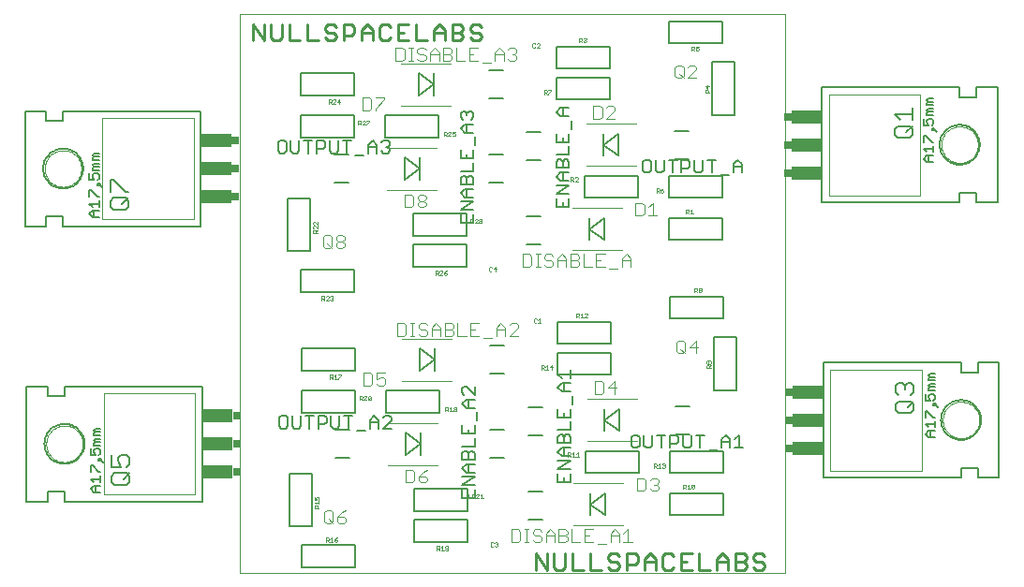
<source format=gto>
G75*
G70*
%OFA0B0*%
%FSLAX24Y24*%
%IPPOS*%
%LPD*%
%AMOC8*
5,1,8,0,0,1.08239X$1,22.5*
%
%ADD10C,0.0110*%
%ADD11C,0.0000*%
%ADD12C,0.0050*%
%ADD13C,0.0020*%
%ADD14R,0.0250X0.0300*%
%ADD15R,0.1100X0.0500*%
%ADD16C,0.0070*%
%ADD17C,0.0010*%
%ADD18C,0.0040*%
%ADD19C,0.0080*%
D10*
X018316Y001823D02*
X018316Y002414D01*
X018709Y001823D01*
X018709Y002414D01*
X018960Y002414D02*
X018960Y001921D01*
X019059Y001823D01*
X019256Y001823D01*
X019354Y001921D01*
X019354Y002414D01*
X019605Y002414D02*
X019605Y001823D01*
X019999Y001823D01*
X020249Y001823D02*
X020643Y001823D01*
X020894Y001921D02*
X020992Y001823D01*
X021189Y001823D01*
X021288Y001921D01*
X021288Y002020D01*
X021189Y002118D01*
X020992Y002118D01*
X020894Y002217D01*
X020894Y002315D01*
X020992Y002414D01*
X021189Y002414D01*
X021288Y002315D01*
X021538Y002414D02*
X021834Y002414D01*
X021932Y002315D01*
X021932Y002118D01*
X021834Y002020D01*
X021538Y002020D01*
X021538Y001823D02*
X021538Y002414D01*
X022183Y002217D02*
X022380Y002414D01*
X022577Y002217D01*
X022577Y001823D01*
X022827Y001921D02*
X022926Y001823D01*
X023123Y001823D01*
X023221Y001921D01*
X023472Y001823D02*
X023866Y001823D01*
X024117Y001823D02*
X024510Y001823D01*
X024761Y001823D02*
X024761Y002217D01*
X024958Y002414D01*
X025155Y002217D01*
X025155Y001823D01*
X025406Y001823D02*
X025701Y001823D01*
X025799Y001921D01*
X025799Y002020D01*
X025701Y002118D01*
X025406Y002118D01*
X025155Y002118D02*
X024761Y002118D01*
X024117Y002414D02*
X024117Y001823D01*
X023669Y002118D02*
X023472Y002118D01*
X023472Y001823D02*
X023472Y002414D01*
X023866Y002414D01*
X023221Y002315D02*
X023123Y002414D01*
X022926Y002414D01*
X022827Y002315D01*
X022827Y001921D01*
X022577Y002118D02*
X022183Y002118D01*
X022183Y002217D02*
X022183Y001823D01*
X020249Y001823D02*
X020249Y002414D01*
X025406Y002414D02*
X025406Y001823D01*
X025701Y002118D02*
X025799Y002217D01*
X025799Y002315D01*
X025701Y002414D01*
X025406Y002414D01*
X026050Y002315D02*
X026050Y002217D01*
X026149Y002118D01*
X026345Y002118D01*
X026444Y002020D01*
X026444Y001921D01*
X026345Y001823D01*
X026149Y001823D01*
X026050Y001921D01*
X026050Y002315D02*
X026149Y002414D01*
X026345Y002414D01*
X026444Y002315D01*
X016274Y020673D02*
X016078Y020673D01*
X015979Y020771D01*
X016078Y020968D02*
X015979Y021067D01*
X015979Y021165D01*
X016078Y021264D01*
X016274Y021264D01*
X016373Y021165D01*
X016274Y020968D02*
X016373Y020870D01*
X016373Y020771D01*
X016274Y020673D01*
X015728Y020771D02*
X015630Y020673D01*
X015335Y020673D01*
X015335Y021264D01*
X015630Y021264D01*
X015728Y021165D01*
X015728Y021067D01*
X015630Y020968D01*
X015335Y020968D01*
X015084Y020968D02*
X014690Y020968D01*
X014690Y021067D02*
X014887Y021264D01*
X015084Y021067D01*
X015084Y020673D01*
X014690Y020673D02*
X014690Y021067D01*
X014439Y020673D02*
X014046Y020673D01*
X014046Y021264D01*
X013795Y021264D02*
X013401Y021264D01*
X013401Y020673D01*
X013795Y020673D01*
X013598Y020968D02*
X013401Y020968D01*
X013150Y020771D02*
X013052Y020673D01*
X012855Y020673D01*
X012757Y020771D01*
X012757Y021165D01*
X012855Y021264D01*
X013052Y021264D01*
X013150Y021165D01*
X012506Y021067D02*
X012506Y020673D01*
X012112Y020673D02*
X012112Y021067D01*
X012309Y021264D01*
X012506Y021067D01*
X012506Y020968D02*
X012112Y020968D01*
X011861Y020968D02*
X011763Y020870D01*
X011468Y020870D01*
X011468Y020673D02*
X011468Y021264D01*
X011763Y021264D01*
X011861Y021165D01*
X011861Y020968D01*
X011217Y020870D02*
X011217Y020771D01*
X011118Y020673D01*
X010921Y020673D01*
X010823Y020771D01*
X010921Y020968D02*
X010823Y021067D01*
X010823Y021165D01*
X010921Y021264D01*
X011118Y021264D01*
X011217Y021165D01*
X011118Y020968D02*
X011217Y020870D01*
X011118Y020968D02*
X010921Y020968D01*
X010572Y020673D02*
X010179Y020673D01*
X010179Y021264D01*
X009534Y021264D02*
X009534Y020673D01*
X009928Y020673D01*
X009283Y020771D02*
X009185Y020673D01*
X008988Y020673D01*
X008889Y020771D01*
X008889Y021264D01*
X008639Y021264D02*
X008639Y020673D01*
X008245Y021264D01*
X008245Y020673D01*
X009283Y020771D02*
X009283Y021264D01*
X015630Y020968D02*
X015728Y020870D01*
X015728Y020771D01*
X016078Y020968D02*
X016274Y020968D01*
D11*
X007790Y021618D02*
X027190Y021618D01*
X027190Y001718D01*
X007790Y001718D01*
X007790Y021618D01*
X000840Y016118D02*
X000842Y016168D01*
X000848Y016218D01*
X000858Y016268D01*
X000871Y016316D01*
X000888Y016364D01*
X000909Y016410D01*
X000933Y016454D01*
X000961Y016496D01*
X000992Y016536D01*
X001026Y016573D01*
X001063Y016608D01*
X001102Y016639D01*
X001143Y016668D01*
X001187Y016693D01*
X001233Y016715D01*
X001280Y016733D01*
X001328Y016747D01*
X001377Y016758D01*
X001427Y016765D01*
X001477Y016768D01*
X001528Y016767D01*
X001578Y016762D01*
X001628Y016753D01*
X001676Y016741D01*
X001724Y016724D01*
X001770Y016704D01*
X001815Y016681D01*
X001858Y016654D01*
X001898Y016624D01*
X001936Y016591D01*
X001971Y016555D01*
X002004Y016516D01*
X002033Y016475D01*
X002059Y016432D01*
X002082Y016387D01*
X002101Y016340D01*
X002116Y016292D01*
X002128Y016243D01*
X002136Y016193D01*
X002140Y016143D01*
X002140Y016093D01*
X002136Y016043D01*
X002128Y015993D01*
X002116Y015944D01*
X002101Y015896D01*
X002082Y015849D01*
X002059Y015804D01*
X002033Y015761D01*
X002004Y015720D01*
X001971Y015681D01*
X001936Y015645D01*
X001898Y015612D01*
X001858Y015582D01*
X001815Y015555D01*
X001770Y015532D01*
X001724Y015512D01*
X001676Y015495D01*
X001628Y015483D01*
X001578Y015474D01*
X001528Y015469D01*
X001477Y015468D01*
X001427Y015471D01*
X001377Y015478D01*
X001328Y015489D01*
X001280Y015503D01*
X001233Y015521D01*
X001187Y015543D01*
X001143Y015568D01*
X001102Y015597D01*
X001063Y015628D01*
X001026Y015663D01*
X000992Y015700D01*
X000961Y015740D01*
X000933Y015782D01*
X000909Y015826D01*
X000888Y015872D01*
X000871Y015920D01*
X000858Y015968D01*
X000848Y016018D01*
X000842Y016068D01*
X000840Y016118D01*
X000890Y006318D02*
X000892Y006368D01*
X000898Y006418D01*
X000908Y006468D01*
X000921Y006516D01*
X000938Y006564D01*
X000959Y006610D01*
X000983Y006654D01*
X001011Y006696D01*
X001042Y006736D01*
X001076Y006773D01*
X001113Y006808D01*
X001152Y006839D01*
X001193Y006868D01*
X001237Y006893D01*
X001283Y006915D01*
X001330Y006933D01*
X001378Y006947D01*
X001427Y006958D01*
X001477Y006965D01*
X001527Y006968D01*
X001578Y006967D01*
X001628Y006962D01*
X001678Y006953D01*
X001726Y006941D01*
X001774Y006924D01*
X001820Y006904D01*
X001865Y006881D01*
X001908Y006854D01*
X001948Y006824D01*
X001986Y006791D01*
X002021Y006755D01*
X002054Y006716D01*
X002083Y006675D01*
X002109Y006632D01*
X002132Y006587D01*
X002151Y006540D01*
X002166Y006492D01*
X002178Y006443D01*
X002186Y006393D01*
X002190Y006343D01*
X002190Y006293D01*
X002186Y006243D01*
X002178Y006193D01*
X002166Y006144D01*
X002151Y006096D01*
X002132Y006049D01*
X002109Y006004D01*
X002083Y005961D01*
X002054Y005920D01*
X002021Y005881D01*
X001986Y005845D01*
X001948Y005812D01*
X001908Y005782D01*
X001865Y005755D01*
X001820Y005732D01*
X001774Y005712D01*
X001726Y005695D01*
X001678Y005683D01*
X001628Y005674D01*
X001578Y005669D01*
X001527Y005668D01*
X001477Y005671D01*
X001427Y005678D01*
X001378Y005689D01*
X001330Y005703D01*
X001283Y005721D01*
X001237Y005743D01*
X001193Y005768D01*
X001152Y005797D01*
X001113Y005828D01*
X001076Y005863D01*
X001042Y005900D01*
X001011Y005940D01*
X000983Y005982D01*
X000959Y006026D01*
X000938Y006072D01*
X000921Y006120D01*
X000908Y006168D01*
X000898Y006218D01*
X000892Y006268D01*
X000890Y006318D01*
X032790Y007168D02*
X032792Y007218D01*
X032798Y007268D01*
X032808Y007318D01*
X032821Y007366D01*
X032838Y007414D01*
X032859Y007460D01*
X032883Y007504D01*
X032911Y007546D01*
X032942Y007586D01*
X032976Y007623D01*
X033013Y007658D01*
X033052Y007689D01*
X033093Y007718D01*
X033137Y007743D01*
X033183Y007765D01*
X033230Y007783D01*
X033278Y007797D01*
X033327Y007808D01*
X033377Y007815D01*
X033427Y007818D01*
X033478Y007817D01*
X033528Y007812D01*
X033578Y007803D01*
X033626Y007791D01*
X033674Y007774D01*
X033720Y007754D01*
X033765Y007731D01*
X033808Y007704D01*
X033848Y007674D01*
X033886Y007641D01*
X033921Y007605D01*
X033954Y007566D01*
X033983Y007525D01*
X034009Y007482D01*
X034032Y007437D01*
X034051Y007390D01*
X034066Y007342D01*
X034078Y007293D01*
X034086Y007243D01*
X034090Y007193D01*
X034090Y007143D01*
X034086Y007093D01*
X034078Y007043D01*
X034066Y006994D01*
X034051Y006946D01*
X034032Y006899D01*
X034009Y006854D01*
X033983Y006811D01*
X033954Y006770D01*
X033921Y006731D01*
X033886Y006695D01*
X033848Y006662D01*
X033808Y006632D01*
X033765Y006605D01*
X033720Y006582D01*
X033674Y006562D01*
X033626Y006545D01*
X033578Y006533D01*
X033528Y006524D01*
X033478Y006519D01*
X033427Y006518D01*
X033377Y006521D01*
X033327Y006528D01*
X033278Y006539D01*
X033230Y006553D01*
X033183Y006571D01*
X033137Y006593D01*
X033093Y006618D01*
X033052Y006647D01*
X033013Y006678D01*
X032976Y006713D01*
X032942Y006750D01*
X032911Y006790D01*
X032883Y006832D01*
X032859Y006876D01*
X032838Y006922D01*
X032821Y006970D01*
X032808Y007018D01*
X032798Y007068D01*
X032792Y007118D01*
X032790Y007168D01*
X032740Y016968D02*
X032742Y017018D01*
X032748Y017068D01*
X032758Y017118D01*
X032771Y017166D01*
X032788Y017214D01*
X032809Y017260D01*
X032833Y017304D01*
X032861Y017346D01*
X032892Y017386D01*
X032926Y017423D01*
X032963Y017458D01*
X033002Y017489D01*
X033043Y017518D01*
X033087Y017543D01*
X033133Y017565D01*
X033180Y017583D01*
X033228Y017597D01*
X033277Y017608D01*
X033327Y017615D01*
X033377Y017618D01*
X033428Y017617D01*
X033478Y017612D01*
X033528Y017603D01*
X033576Y017591D01*
X033624Y017574D01*
X033670Y017554D01*
X033715Y017531D01*
X033758Y017504D01*
X033798Y017474D01*
X033836Y017441D01*
X033871Y017405D01*
X033904Y017366D01*
X033933Y017325D01*
X033959Y017282D01*
X033982Y017237D01*
X034001Y017190D01*
X034016Y017142D01*
X034028Y017093D01*
X034036Y017043D01*
X034040Y016993D01*
X034040Y016943D01*
X034036Y016893D01*
X034028Y016843D01*
X034016Y016794D01*
X034001Y016746D01*
X033982Y016699D01*
X033959Y016654D01*
X033933Y016611D01*
X033904Y016570D01*
X033871Y016531D01*
X033836Y016495D01*
X033798Y016462D01*
X033758Y016432D01*
X033715Y016405D01*
X033670Y016382D01*
X033624Y016362D01*
X033576Y016345D01*
X033528Y016333D01*
X033478Y016324D01*
X033428Y016319D01*
X033377Y016318D01*
X033327Y016321D01*
X033277Y016328D01*
X033228Y016339D01*
X033180Y016353D01*
X033133Y016371D01*
X033087Y016393D01*
X033043Y016418D01*
X033002Y016447D01*
X032963Y016478D01*
X032926Y016513D01*
X032892Y016550D01*
X032861Y016590D01*
X032833Y016632D01*
X032809Y016676D01*
X032788Y016722D01*
X032771Y016770D01*
X032758Y016818D01*
X032748Y016868D01*
X032742Y016918D01*
X032740Y016968D01*
D12*
X000940Y004268D02*
X000190Y004268D01*
X000190Y008368D01*
X000940Y008368D01*
X000940Y008018D01*
X001540Y008018D01*
X001540Y008368D01*
X006440Y008368D01*
X006440Y004268D01*
X001540Y004268D01*
X001540Y004618D01*
X000940Y004618D01*
X000940Y004268D01*
X002475Y004707D02*
X002588Y004593D01*
X002815Y004593D01*
X002645Y004593D02*
X002645Y004820D01*
X002588Y004820D02*
X002815Y004820D01*
X002815Y004952D02*
X002815Y005179D01*
X002815Y005066D02*
X002475Y005066D01*
X002588Y004952D01*
X002588Y004820D02*
X002475Y004707D01*
X002475Y005311D02*
X002475Y005538D01*
X002531Y005538D01*
X002758Y005311D01*
X002815Y005311D01*
X002928Y005670D02*
X002815Y005784D01*
X002815Y005727D01*
X002758Y005727D01*
X002758Y005784D01*
X002815Y005784D01*
X002758Y005910D02*
X002815Y005966D01*
X002815Y006080D01*
X002758Y006137D01*
X002645Y006137D01*
X002588Y006080D01*
X002588Y006023D01*
X002645Y005910D01*
X002475Y005910D01*
X002475Y006137D01*
X002588Y006269D02*
X002588Y006326D01*
X002645Y006382D01*
X002588Y006439D01*
X002645Y006496D01*
X002815Y006496D01*
X002815Y006382D02*
X002645Y006382D01*
X002588Y006269D02*
X002815Y006269D01*
X002815Y006628D02*
X002588Y006628D01*
X002588Y006685D01*
X002645Y006741D01*
X002588Y006798D01*
X002645Y006855D01*
X002815Y006855D01*
X002815Y006741D02*
X002645Y006741D01*
X000830Y006318D02*
X000832Y006371D01*
X000838Y006424D01*
X000848Y006476D01*
X000862Y006527D01*
X000879Y006577D01*
X000900Y006626D01*
X000925Y006673D01*
X000953Y006718D01*
X000985Y006761D01*
X001020Y006801D01*
X001057Y006838D01*
X001097Y006873D01*
X001140Y006905D01*
X001185Y006933D01*
X001232Y006958D01*
X001281Y006979D01*
X001331Y006996D01*
X001382Y007010D01*
X001434Y007020D01*
X001487Y007026D01*
X001540Y007028D01*
X001593Y007026D01*
X001646Y007020D01*
X001698Y007010D01*
X001749Y006996D01*
X001799Y006979D01*
X001848Y006958D01*
X001895Y006933D01*
X001940Y006905D01*
X001983Y006873D01*
X002023Y006838D01*
X002060Y006801D01*
X002095Y006761D01*
X002127Y006718D01*
X002155Y006673D01*
X002180Y006626D01*
X002201Y006577D01*
X002218Y006527D01*
X002232Y006476D01*
X002242Y006424D01*
X002248Y006371D01*
X002250Y006318D01*
X002248Y006265D01*
X002242Y006212D01*
X002232Y006160D01*
X002218Y006109D01*
X002201Y006059D01*
X002180Y006010D01*
X002155Y005963D01*
X002127Y005918D01*
X002095Y005875D01*
X002060Y005835D01*
X002023Y005798D01*
X001983Y005763D01*
X001940Y005731D01*
X001895Y005703D01*
X001848Y005678D01*
X001799Y005657D01*
X001749Y005640D01*
X001698Y005626D01*
X001646Y005616D01*
X001593Y005610D01*
X001540Y005608D01*
X001487Y005610D01*
X001434Y005616D01*
X001382Y005626D01*
X001331Y005640D01*
X001281Y005657D01*
X001232Y005678D01*
X001185Y005703D01*
X001140Y005731D01*
X001097Y005763D01*
X001057Y005798D01*
X001020Y005835D01*
X000985Y005875D01*
X000953Y005918D01*
X000925Y005963D01*
X000900Y006010D01*
X000879Y006059D01*
X000862Y006109D01*
X000848Y006160D01*
X000838Y006212D01*
X000832Y006265D01*
X000830Y006318D01*
X009185Y006938D02*
X009260Y006863D01*
X009410Y006863D01*
X009485Y006938D01*
X009485Y007238D01*
X009410Y007313D01*
X009260Y007313D01*
X009185Y007238D01*
X009185Y006938D01*
X009645Y006938D02*
X009720Y006863D01*
X009870Y006863D01*
X009946Y006938D01*
X009946Y007313D01*
X009995Y007424D02*
X009995Y008212D01*
X011885Y008212D01*
X011885Y007424D01*
X009995Y007424D01*
X010106Y007313D02*
X010406Y007313D01*
X010256Y007313D02*
X010256Y006863D01*
X010566Y006863D02*
X010566Y007313D01*
X010791Y007313D01*
X010866Y007238D01*
X010866Y007088D01*
X010791Y007013D01*
X010566Y007013D01*
X011026Y006938D02*
X011101Y006863D01*
X011251Y006863D01*
X011327Y006938D01*
X011327Y007313D01*
X011487Y007313D02*
X011787Y007313D01*
X011637Y007313D02*
X011637Y006863D01*
X011947Y006788D02*
X012247Y006788D01*
X012407Y006863D02*
X012407Y007163D01*
X012558Y007313D01*
X012708Y007163D01*
X012708Y006863D01*
X012868Y006863D02*
X013168Y007163D01*
X013168Y007238D01*
X013093Y007313D01*
X012943Y007313D01*
X012868Y007238D01*
X012708Y007088D02*
X012407Y007088D01*
X012868Y006863D02*
X013168Y006863D01*
X012995Y007424D02*
X012995Y008212D01*
X014885Y008212D01*
X014885Y007424D01*
X012995Y007424D01*
X011026Y007313D02*
X011026Y006938D01*
X009645Y006938D02*
X009645Y007313D01*
X009995Y008924D02*
X009995Y009712D01*
X011885Y009712D01*
X011885Y008924D01*
X009995Y008924D01*
X009945Y011724D02*
X009945Y012512D01*
X011835Y012512D01*
X011835Y011724D01*
X009945Y011724D01*
X010284Y013173D02*
X009496Y013173D01*
X009496Y015063D01*
X010284Y015063D01*
X010284Y013173D01*
X013945Y013412D02*
X013945Y012624D01*
X015835Y012624D01*
X015835Y013412D01*
X013945Y013412D01*
X013945Y013724D02*
X013945Y014512D01*
X015835Y014512D01*
X015835Y013724D01*
X013945Y013724D01*
X015635Y014180D02*
X016085Y014180D01*
X016085Y014480D01*
X016085Y014640D02*
X015635Y014640D01*
X016085Y014940D01*
X015635Y014940D01*
X015785Y015100D02*
X015635Y015250D01*
X015785Y015401D01*
X016085Y015401D01*
X016085Y015561D02*
X016085Y015786D01*
X016010Y015861D01*
X015935Y015861D01*
X015860Y015786D01*
X015860Y015561D01*
X015860Y015401D02*
X015860Y015100D01*
X015785Y015100D02*
X016085Y015100D01*
X016085Y015561D02*
X015635Y015561D01*
X015635Y015786D01*
X015710Y015861D01*
X015785Y015861D01*
X015860Y015786D01*
X015635Y016021D02*
X016085Y016021D01*
X016085Y016321D01*
X016085Y016481D02*
X016085Y016782D01*
X016160Y016942D02*
X016160Y017242D01*
X016085Y017402D02*
X015785Y017402D01*
X015635Y017552D01*
X015785Y017702D01*
X016085Y017702D01*
X016010Y017862D02*
X016085Y017937D01*
X016085Y018088D01*
X016010Y018163D01*
X015935Y018163D01*
X015860Y018088D01*
X015860Y018013D01*
X015860Y018088D02*
X015785Y018163D01*
X015710Y018163D01*
X015635Y018088D01*
X015635Y017937D01*
X015710Y017862D01*
X015860Y017702D02*
X015860Y017402D01*
X015635Y016782D02*
X015635Y016481D01*
X016085Y016481D01*
X015860Y016481D02*
X015860Y016631D01*
X014835Y017224D02*
X012945Y017224D01*
X012945Y018012D01*
X014835Y018012D01*
X014835Y017224D01*
X013118Y017038D02*
X013118Y016963D01*
X013043Y016888D01*
X013118Y016813D01*
X013118Y016738D01*
X013043Y016663D01*
X012893Y016663D01*
X012818Y016738D01*
X012658Y016663D02*
X012658Y016963D01*
X012508Y017113D01*
X012357Y016963D01*
X012357Y016663D01*
X012197Y016588D02*
X011897Y016588D01*
X011587Y016663D02*
X011587Y017113D01*
X011437Y017113D02*
X011737Y017113D01*
X011835Y017224D02*
X009945Y017224D01*
X009945Y018012D01*
X011835Y018012D01*
X011835Y017224D01*
X011277Y017113D02*
X011277Y016738D01*
X011201Y016663D01*
X011051Y016663D01*
X010976Y016738D01*
X010976Y017113D01*
X010816Y017038D02*
X010816Y016888D01*
X010741Y016813D01*
X010516Y016813D01*
X010516Y016663D02*
X010516Y017113D01*
X010741Y017113D01*
X010816Y017038D01*
X010356Y017113D02*
X010056Y017113D01*
X010206Y017113D02*
X010206Y016663D01*
X009896Y016738D02*
X009896Y017113D01*
X009595Y017113D02*
X009595Y016738D01*
X009670Y016663D01*
X009820Y016663D01*
X009896Y016738D01*
X009435Y016738D02*
X009435Y017038D01*
X009360Y017113D01*
X009210Y017113D01*
X009135Y017038D01*
X009135Y016738D01*
X009210Y016663D01*
X009360Y016663D01*
X009435Y016738D01*
X012357Y016888D02*
X012658Y016888D01*
X012818Y017038D02*
X012893Y017113D01*
X013043Y017113D01*
X013118Y017038D01*
X013043Y016888D02*
X012968Y016888D01*
X011835Y018724D02*
X009945Y018724D01*
X009945Y019512D01*
X011835Y019512D01*
X011835Y018724D01*
X006390Y018168D02*
X001490Y018168D01*
X001490Y017818D01*
X000890Y017818D01*
X000890Y018168D01*
X000140Y018168D01*
X000140Y014068D01*
X000890Y014068D01*
X000890Y014418D01*
X001490Y014418D01*
X001490Y014068D01*
X006390Y014068D01*
X006390Y018168D01*
X002765Y016655D02*
X002595Y016655D01*
X002538Y016598D01*
X002595Y016541D01*
X002765Y016541D01*
X002765Y016428D02*
X002538Y016428D01*
X002538Y016485D01*
X002595Y016541D01*
X002595Y016296D02*
X002765Y016296D01*
X002765Y016182D02*
X002595Y016182D01*
X002538Y016239D01*
X002595Y016296D01*
X002595Y016182D02*
X002538Y016126D01*
X002538Y016069D01*
X002765Y016069D01*
X002708Y015937D02*
X002765Y015880D01*
X002765Y015766D01*
X002708Y015710D01*
X002595Y015710D02*
X002538Y015823D01*
X002538Y015880D01*
X002595Y015937D01*
X002708Y015937D01*
X002595Y015710D02*
X002425Y015710D01*
X002425Y015937D01*
X002708Y015584D02*
X002708Y015527D01*
X002765Y015527D01*
X002765Y015584D01*
X002708Y015584D01*
X002765Y015584D02*
X002878Y015470D01*
X002708Y015111D02*
X002481Y015338D01*
X002425Y015338D01*
X002425Y015111D01*
X002425Y014866D02*
X002765Y014866D01*
X002765Y014979D02*
X002765Y014752D01*
X002765Y014620D02*
X002538Y014620D01*
X002425Y014507D01*
X002538Y014393D01*
X002765Y014393D01*
X002595Y014393D02*
X002595Y014620D01*
X002538Y014752D02*
X002425Y014866D01*
X002708Y015111D02*
X002765Y015111D01*
X000780Y016118D02*
X000782Y016171D01*
X000788Y016224D01*
X000798Y016276D01*
X000812Y016327D01*
X000829Y016377D01*
X000850Y016426D01*
X000875Y016473D01*
X000903Y016518D01*
X000935Y016561D01*
X000970Y016601D01*
X001007Y016638D01*
X001047Y016673D01*
X001090Y016705D01*
X001135Y016733D01*
X001182Y016758D01*
X001231Y016779D01*
X001281Y016796D01*
X001332Y016810D01*
X001384Y016820D01*
X001437Y016826D01*
X001490Y016828D01*
X001543Y016826D01*
X001596Y016820D01*
X001648Y016810D01*
X001699Y016796D01*
X001749Y016779D01*
X001798Y016758D01*
X001845Y016733D01*
X001890Y016705D01*
X001933Y016673D01*
X001973Y016638D01*
X002010Y016601D01*
X002045Y016561D01*
X002077Y016518D01*
X002105Y016473D01*
X002130Y016426D01*
X002151Y016377D01*
X002168Y016327D01*
X002182Y016276D01*
X002192Y016224D01*
X002198Y016171D01*
X002200Y016118D01*
X002198Y016065D01*
X002192Y016012D01*
X002182Y015960D01*
X002168Y015909D01*
X002151Y015859D01*
X002130Y015810D01*
X002105Y015763D01*
X002077Y015718D01*
X002045Y015675D01*
X002010Y015635D01*
X001973Y015598D01*
X001933Y015563D01*
X001890Y015531D01*
X001845Y015503D01*
X001798Y015478D01*
X001749Y015457D01*
X001699Y015440D01*
X001648Y015426D01*
X001596Y015416D01*
X001543Y015410D01*
X001490Y015408D01*
X001437Y015410D01*
X001384Y015416D01*
X001332Y015426D01*
X001281Y015440D01*
X001231Y015457D01*
X001182Y015478D01*
X001135Y015503D01*
X001090Y015531D01*
X001047Y015563D01*
X001007Y015598D01*
X000970Y015635D01*
X000935Y015675D01*
X000903Y015718D01*
X000875Y015763D01*
X000850Y015810D01*
X000829Y015859D01*
X000812Y015909D01*
X000798Y015960D01*
X000788Y016012D01*
X000782Y016065D01*
X000780Y016118D01*
X015635Y014480D02*
X015635Y014180D01*
X015860Y014180D02*
X015860Y014330D01*
X019045Y014763D02*
X019495Y014763D01*
X019495Y015063D01*
X019495Y015223D02*
X019045Y015223D01*
X019495Y015524D01*
X019045Y015524D01*
X019195Y015684D02*
X019045Y015834D01*
X019195Y015984D01*
X019495Y015984D01*
X019495Y016144D02*
X019045Y016144D01*
X019045Y016369D01*
X019120Y016444D01*
X019195Y016444D01*
X019270Y016369D01*
X019270Y016144D01*
X019270Y015984D02*
X019270Y015684D01*
X019195Y015684D02*
X019495Y015684D01*
X019495Y016144D02*
X019495Y016369D01*
X019420Y016444D01*
X019345Y016444D01*
X019270Y016369D01*
X019045Y016605D02*
X019495Y016605D01*
X019495Y016905D01*
X019495Y017065D02*
X019045Y017065D01*
X019045Y017365D01*
X019270Y017215D02*
X019270Y017065D01*
X019495Y017065D02*
X019495Y017365D01*
X019570Y017525D02*
X019570Y017825D01*
X019495Y017986D02*
X019195Y017986D01*
X019045Y018136D01*
X019195Y018286D01*
X019495Y018286D01*
X019270Y018286D02*
X019270Y017986D01*
X019045Y018574D02*
X019045Y019362D01*
X020935Y019362D01*
X020935Y018574D01*
X019045Y018574D01*
X019045Y019674D02*
X019045Y020462D01*
X020935Y020462D01*
X020935Y019674D01*
X019045Y019674D01*
X023045Y020574D02*
X023045Y021362D01*
X024935Y021362D01*
X024935Y020574D01*
X023045Y020574D01*
X024596Y019913D02*
X025384Y019913D01*
X025384Y018023D01*
X024596Y018023D01*
X024596Y019913D01*
X028490Y019018D02*
X033390Y019018D01*
X033390Y018668D01*
X033990Y018668D01*
X033990Y019018D01*
X034740Y019018D01*
X034740Y014918D01*
X033990Y014918D01*
X033990Y015268D01*
X033390Y015268D01*
X033390Y014918D01*
X028490Y014918D01*
X028490Y019018D01*
X032115Y017893D02*
X032115Y017666D01*
X032285Y017666D01*
X032228Y017779D01*
X032228Y017836D01*
X032285Y017893D01*
X032398Y017893D01*
X032455Y017836D01*
X032455Y017722D01*
X032398Y017666D01*
X032398Y017540D02*
X032398Y017483D01*
X032455Y017483D01*
X032455Y017540D01*
X032398Y017540D01*
X032455Y017540D02*
X032568Y017426D01*
X032455Y017067D02*
X032398Y017067D01*
X032171Y017294D01*
X032115Y017294D01*
X032115Y017067D01*
X032115Y016822D02*
X032455Y016822D01*
X032455Y016935D02*
X032455Y016708D01*
X032455Y016576D02*
X032228Y016576D01*
X032115Y016463D01*
X032228Y016349D01*
X032455Y016349D01*
X032285Y016349D02*
X032285Y016576D01*
X032228Y016708D02*
X032115Y016822D01*
X032680Y016968D02*
X032682Y017021D01*
X032688Y017074D01*
X032698Y017126D01*
X032712Y017177D01*
X032729Y017227D01*
X032750Y017276D01*
X032775Y017323D01*
X032803Y017368D01*
X032835Y017411D01*
X032870Y017451D01*
X032907Y017488D01*
X032947Y017523D01*
X032990Y017555D01*
X033035Y017583D01*
X033082Y017608D01*
X033131Y017629D01*
X033181Y017646D01*
X033232Y017660D01*
X033284Y017670D01*
X033337Y017676D01*
X033390Y017678D01*
X033443Y017676D01*
X033496Y017670D01*
X033548Y017660D01*
X033599Y017646D01*
X033649Y017629D01*
X033698Y017608D01*
X033745Y017583D01*
X033790Y017555D01*
X033833Y017523D01*
X033873Y017488D01*
X033910Y017451D01*
X033945Y017411D01*
X033977Y017368D01*
X034005Y017323D01*
X034030Y017276D01*
X034051Y017227D01*
X034068Y017177D01*
X034082Y017126D01*
X034092Y017074D01*
X034098Y017021D01*
X034100Y016968D01*
X034098Y016915D01*
X034092Y016862D01*
X034082Y016810D01*
X034068Y016759D01*
X034051Y016709D01*
X034030Y016660D01*
X034005Y016613D01*
X033977Y016568D01*
X033945Y016525D01*
X033910Y016485D01*
X033873Y016448D01*
X033833Y016413D01*
X033790Y016381D01*
X033745Y016353D01*
X033698Y016328D01*
X033649Y016307D01*
X033599Y016290D01*
X033548Y016276D01*
X033496Y016266D01*
X033443Y016260D01*
X033390Y016258D01*
X033337Y016260D01*
X033284Y016266D01*
X033232Y016276D01*
X033181Y016290D01*
X033131Y016307D01*
X033082Y016328D01*
X033035Y016353D01*
X032990Y016381D01*
X032947Y016413D01*
X032907Y016448D01*
X032870Y016485D01*
X032835Y016525D01*
X032803Y016568D01*
X032775Y016613D01*
X032750Y016660D01*
X032729Y016709D01*
X032712Y016759D01*
X032698Y016810D01*
X032688Y016862D01*
X032682Y016915D01*
X032680Y016968D01*
X032455Y018025D02*
X032228Y018025D01*
X032228Y018082D01*
X032285Y018138D01*
X032228Y018195D01*
X032285Y018252D01*
X032455Y018252D01*
X032455Y018138D02*
X032285Y018138D01*
X032228Y018384D02*
X032228Y018441D01*
X032285Y018497D01*
X032228Y018554D01*
X032285Y018611D01*
X032455Y018611D01*
X032455Y018497D02*
X032285Y018497D01*
X032228Y018384D02*
X032455Y018384D01*
X025635Y016273D02*
X025635Y015973D01*
X025635Y016198D02*
X025334Y016198D01*
X025334Y016273D02*
X025484Y016423D01*
X025635Y016273D01*
X025334Y016273D02*
X025334Y015973D01*
X025174Y015898D02*
X024874Y015898D01*
X024935Y015862D02*
X024935Y015074D01*
X023045Y015074D01*
X023045Y015862D01*
X024935Y015862D01*
X024564Y015973D02*
X024564Y016423D01*
X024414Y016423D02*
X024714Y016423D01*
X024253Y016423D02*
X024253Y016048D01*
X024178Y015973D01*
X024028Y015973D01*
X023953Y016048D01*
X023953Y016423D01*
X023793Y016348D02*
X023793Y016198D01*
X023718Y016123D01*
X023493Y016123D01*
X023493Y015973D02*
X023493Y016423D01*
X023718Y016423D01*
X023793Y016348D01*
X023333Y016423D02*
X023033Y016423D01*
X023183Y016423D02*
X023183Y015973D01*
X022872Y016048D02*
X022872Y016423D01*
X022572Y016423D02*
X022572Y016048D01*
X022647Y015973D01*
X022797Y015973D01*
X022872Y016048D01*
X022412Y016048D02*
X022412Y016348D01*
X022337Y016423D01*
X022187Y016423D01*
X022112Y016348D01*
X022112Y016048D01*
X022187Y015973D01*
X022337Y015973D01*
X022412Y016048D01*
X021935Y015862D02*
X021935Y015074D01*
X020045Y015074D01*
X020045Y015862D01*
X021935Y015862D01*
X023045Y014362D02*
X024935Y014362D01*
X024935Y013574D01*
X023045Y013574D01*
X023045Y014362D01*
X019270Y014763D02*
X019270Y014913D01*
X019045Y015063D02*
X019045Y014763D01*
X023095Y011562D02*
X024985Y011562D01*
X024985Y010774D01*
X023095Y010774D01*
X023095Y011562D01*
X024646Y010113D02*
X025434Y010113D01*
X025434Y008223D01*
X024646Y008223D01*
X024646Y010113D01*
X020985Y009874D02*
X020985Y010662D01*
X019095Y010662D01*
X019095Y009874D01*
X020985Y009874D01*
X020985Y009562D02*
X020985Y008774D01*
X019095Y008774D01*
X019095Y009562D01*
X020985Y009562D01*
X019545Y008946D02*
X019545Y008646D01*
X019545Y008796D02*
X019095Y008796D01*
X019245Y008646D01*
X019245Y008486D02*
X019545Y008486D01*
X019320Y008486D02*
X019320Y008186D01*
X019245Y008186D02*
X019095Y008336D01*
X019245Y008486D01*
X019245Y008186D02*
X019545Y008186D01*
X019620Y008025D02*
X019620Y007725D01*
X019545Y007565D02*
X019545Y007265D01*
X019095Y007265D01*
X019095Y007565D01*
X019320Y007415D02*
X019320Y007265D01*
X019545Y007105D02*
X019545Y006805D01*
X019095Y006805D01*
X019170Y006644D02*
X019245Y006644D01*
X019320Y006569D01*
X019320Y006344D01*
X019320Y006184D02*
X019320Y005884D01*
X019245Y005884D02*
X019095Y006034D01*
X019245Y006184D01*
X019545Y006184D01*
X019545Y006344D02*
X019095Y006344D01*
X019095Y006569D01*
X019170Y006644D01*
X019320Y006569D02*
X019395Y006644D01*
X019470Y006644D01*
X019545Y006569D01*
X019545Y006344D01*
X019545Y005884D02*
X019245Y005884D01*
X019095Y005724D02*
X019545Y005724D01*
X019095Y005423D01*
X019545Y005423D01*
X019545Y005263D02*
X019545Y004963D01*
X019095Y004963D01*
X019095Y005263D01*
X019320Y005113D02*
X019320Y004963D01*
X020095Y005274D02*
X020095Y006062D01*
X021985Y006062D01*
X021985Y005274D01*
X020095Y005274D01*
X021701Y006248D02*
X021776Y006173D01*
X021927Y006173D01*
X022002Y006248D01*
X022002Y006548D01*
X021927Y006623D01*
X021776Y006623D01*
X021701Y006548D01*
X021701Y006248D01*
X022162Y006248D02*
X022237Y006173D01*
X022387Y006173D01*
X022462Y006248D01*
X022462Y006623D01*
X022622Y006623D02*
X022922Y006623D01*
X022772Y006623D02*
X022772Y006173D01*
X023082Y006173D02*
X023082Y006623D01*
X023308Y006623D01*
X023383Y006548D01*
X023383Y006398D01*
X023308Y006323D01*
X023082Y006323D01*
X023095Y006062D02*
X024985Y006062D01*
X024985Y005274D01*
X023095Y005274D01*
X023095Y006062D01*
X023543Y006248D02*
X023618Y006173D01*
X023768Y006173D01*
X023843Y006248D01*
X023843Y006623D01*
X024003Y006623D02*
X024303Y006623D01*
X024153Y006623D02*
X024153Y006173D01*
X024464Y006098D02*
X024764Y006098D01*
X024924Y006173D02*
X024924Y006473D01*
X025074Y006623D01*
X025224Y006473D01*
X025224Y006173D01*
X025384Y006173D02*
X025684Y006173D01*
X025534Y006173D02*
X025534Y006623D01*
X025384Y006473D01*
X025224Y006398D02*
X024924Y006398D01*
X023543Y006248D02*
X023543Y006623D01*
X022162Y006623D02*
X022162Y006248D01*
X023095Y004562D02*
X024985Y004562D01*
X024985Y003774D01*
X023095Y003774D01*
X023095Y004562D01*
X028540Y005118D02*
X033440Y005118D01*
X033440Y005468D01*
X034040Y005468D01*
X034040Y005118D01*
X034790Y005118D01*
X034790Y009218D01*
X034040Y009218D01*
X034040Y008868D01*
X033440Y008868D01*
X033440Y009218D01*
X028540Y009218D01*
X028540Y005118D01*
X032165Y006663D02*
X032278Y006776D01*
X032505Y006776D01*
X032505Y006908D02*
X032505Y007135D01*
X032505Y007022D02*
X032165Y007022D01*
X032278Y006908D01*
X032335Y006776D02*
X032335Y006549D01*
X032278Y006549D02*
X032165Y006663D01*
X032278Y006549D02*
X032505Y006549D01*
X032730Y007168D02*
X032732Y007221D01*
X032738Y007274D01*
X032748Y007326D01*
X032762Y007377D01*
X032779Y007427D01*
X032800Y007476D01*
X032825Y007523D01*
X032853Y007568D01*
X032885Y007611D01*
X032920Y007651D01*
X032957Y007688D01*
X032997Y007723D01*
X033040Y007755D01*
X033085Y007783D01*
X033132Y007808D01*
X033181Y007829D01*
X033231Y007846D01*
X033282Y007860D01*
X033334Y007870D01*
X033387Y007876D01*
X033440Y007878D01*
X033493Y007876D01*
X033546Y007870D01*
X033598Y007860D01*
X033649Y007846D01*
X033699Y007829D01*
X033748Y007808D01*
X033795Y007783D01*
X033840Y007755D01*
X033883Y007723D01*
X033923Y007688D01*
X033960Y007651D01*
X033995Y007611D01*
X034027Y007568D01*
X034055Y007523D01*
X034080Y007476D01*
X034101Y007427D01*
X034118Y007377D01*
X034132Y007326D01*
X034142Y007274D01*
X034148Y007221D01*
X034150Y007168D01*
X034148Y007115D01*
X034142Y007062D01*
X034132Y007010D01*
X034118Y006959D01*
X034101Y006909D01*
X034080Y006860D01*
X034055Y006813D01*
X034027Y006768D01*
X033995Y006725D01*
X033960Y006685D01*
X033923Y006648D01*
X033883Y006613D01*
X033840Y006581D01*
X033795Y006553D01*
X033748Y006528D01*
X033699Y006507D01*
X033649Y006490D01*
X033598Y006476D01*
X033546Y006466D01*
X033493Y006460D01*
X033440Y006458D01*
X033387Y006460D01*
X033334Y006466D01*
X033282Y006476D01*
X033231Y006490D01*
X033181Y006507D01*
X033132Y006528D01*
X033085Y006553D01*
X033040Y006581D01*
X032997Y006613D01*
X032957Y006648D01*
X032920Y006685D01*
X032885Y006725D01*
X032853Y006768D01*
X032825Y006813D01*
X032800Y006860D01*
X032779Y006909D01*
X032762Y006959D01*
X032748Y007010D01*
X032738Y007062D01*
X032732Y007115D01*
X032730Y007168D01*
X032505Y007267D02*
X032448Y007267D01*
X032221Y007494D01*
X032165Y007494D01*
X032165Y007267D01*
X032448Y007683D02*
X032505Y007683D01*
X032505Y007740D01*
X032448Y007740D01*
X032448Y007683D01*
X032505Y007740D02*
X032618Y007626D01*
X032448Y007866D02*
X032505Y007922D01*
X032505Y008036D01*
X032448Y008093D01*
X032335Y008093D01*
X032278Y008036D01*
X032278Y007979D01*
X032335Y007866D01*
X032165Y007866D01*
X032165Y008093D01*
X032278Y008225D02*
X032278Y008282D01*
X032335Y008338D01*
X032278Y008395D01*
X032335Y008452D01*
X032505Y008452D01*
X032505Y008338D02*
X032335Y008338D01*
X032278Y008225D02*
X032505Y008225D01*
X032505Y008584D02*
X032278Y008584D01*
X032278Y008641D01*
X032335Y008697D01*
X032278Y008754D01*
X032335Y008811D01*
X032505Y008811D01*
X032505Y008697D02*
X032335Y008697D01*
X016210Y007442D02*
X016210Y007142D01*
X016135Y006982D02*
X016135Y006681D01*
X015685Y006681D01*
X015685Y006982D01*
X015910Y006831D02*
X015910Y006681D01*
X016135Y006521D02*
X016135Y006221D01*
X015685Y006221D01*
X015760Y006061D02*
X015685Y005986D01*
X015685Y005761D01*
X016135Y005761D01*
X016135Y005986D01*
X016060Y006061D01*
X015985Y006061D01*
X015910Y005986D01*
X015910Y005761D01*
X015910Y005601D02*
X015910Y005300D01*
X015835Y005300D02*
X015685Y005450D01*
X015835Y005601D01*
X016135Y005601D01*
X015910Y005986D02*
X015835Y006061D01*
X015760Y006061D01*
X015835Y005300D02*
X016135Y005300D01*
X016135Y005140D02*
X015685Y005140D01*
X015685Y004840D02*
X016135Y005140D01*
X016135Y004840D02*
X015685Y004840D01*
X015685Y004680D02*
X015685Y004380D01*
X016135Y004380D01*
X016135Y004680D01*
X015885Y004712D02*
X015885Y003924D01*
X013995Y003924D01*
X013995Y004712D01*
X015885Y004712D01*
X015910Y004530D02*
X015910Y004380D01*
X015885Y003612D02*
X015885Y002824D01*
X013995Y002824D01*
X013995Y003612D01*
X015885Y003612D01*
X011885Y002712D02*
X011885Y001924D01*
X009995Y001924D01*
X009995Y002712D01*
X011885Y002712D01*
X010334Y003373D02*
X009546Y003373D01*
X009546Y005263D01*
X010334Y005263D01*
X010334Y003373D01*
X015685Y007752D02*
X015835Y007602D01*
X016135Y007602D01*
X015910Y007602D02*
X015910Y007902D01*
X015835Y007902D02*
X016135Y007902D01*
X016135Y008062D02*
X015835Y008363D01*
X015760Y008363D01*
X015685Y008288D01*
X015685Y008137D01*
X015760Y008062D01*
X015835Y007902D02*
X015685Y007752D01*
X016135Y008062D02*
X016135Y008363D01*
D13*
X006190Y008118D02*
X006190Y004518D01*
X002940Y004518D01*
X002940Y008118D01*
X006190Y008118D01*
X006140Y014318D02*
X002890Y014318D01*
X002890Y017918D01*
X006140Y017918D01*
X006140Y014318D01*
X028740Y015168D02*
X031990Y015168D01*
X031990Y018768D01*
X028740Y018768D01*
X028740Y015168D01*
X028790Y008968D02*
X032040Y008968D01*
X032040Y005368D01*
X028790Y005368D01*
X028790Y008968D01*
D14*
X027315Y008168D03*
X027315Y007168D03*
X027315Y006168D03*
X027265Y015968D03*
X027265Y016968D03*
X027265Y017968D03*
X007615Y017118D03*
X007615Y016118D03*
X007615Y015118D03*
X007665Y007318D03*
X007665Y006318D03*
X007665Y005318D03*
D15*
X006990Y005318D03*
X006990Y006318D03*
X006990Y007318D03*
X006940Y015118D03*
X006940Y016118D03*
X006940Y017118D03*
X027940Y016968D03*
X027940Y015968D03*
X027940Y017968D03*
X027990Y008168D03*
X027990Y007168D03*
X027990Y006168D03*
D16*
X031124Y007519D02*
X031229Y007414D01*
X031650Y007414D01*
X031755Y007519D01*
X031755Y007729D01*
X031650Y007834D01*
X031229Y007834D01*
X031124Y007729D01*
X031124Y007519D01*
X031545Y007624D02*
X031755Y007834D01*
X031650Y008059D02*
X031755Y008164D01*
X031755Y008374D01*
X031650Y008479D01*
X031545Y008479D01*
X031440Y008374D01*
X031440Y008269D01*
X031440Y008374D02*
X031335Y008479D01*
X031229Y008479D01*
X031124Y008374D01*
X031124Y008164D01*
X031229Y008059D01*
X031179Y017214D02*
X031074Y017319D01*
X031074Y017529D01*
X031179Y017634D01*
X031600Y017634D01*
X031705Y017529D01*
X031705Y017319D01*
X031600Y017214D01*
X031179Y017214D01*
X031495Y017424D02*
X031705Y017634D01*
X031705Y017859D02*
X031705Y018279D01*
X031705Y018069D02*
X031074Y018069D01*
X031285Y017859D01*
X003855Y005813D02*
X003855Y005603D01*
X003750Y005498D01*
X003540Y005498D02*
X003435Y005708D01*
X003435Y005813D01*
X003540Y005918D01*
X003750Y005918D01*
X003855Y005813D01*
X003540Y005498D02*
X003224Y005498D01*
X003224Y005918D01*
X003329Y005273D02*
X003750Y005273D01*
X003855Y005168D01*
X003855Y004958D01*
X003750Y004853D01*
X003329Y004853D01*
X003224Y004958D01*
X003224Y005168D01*
X003329Y005273D01*
X003645Y005063D02*
X003855Y005273D01*
X003700Y014653D02*
X003279Y014653D01*
X003174Y014758D01*
X003174Y014968D01*
X003279Y015073D01*
X003700Y015073D01*
X003805Y014968D01*
X003805Y014758D01*
X003700Y014653D01*
X003595Y014863D02*
X003805Y015073D01*
X003805Y015298D02*
X003700Y015298D01*
X003279Y015718D01*
X003174Y015718D01*
X003174Y015298D01*
D17*
X010395Y014201D02*
X010395Y014151D01*
X010420Y014126D01*
X010420Y014079D02*
X010395Y014054D01*
X010395Y014003D01*
X010420Y013978D01*
X010420Y013931D02*
X010470Y013931D01*
X010495Y013906D01*
X010495Y013831D01*
X010545Y013831D02*
X010395Y013831D01*
X010395Y013906D01*
X010420Y013931D01*
X010495Y013881D02*
X010545Y013931D01*
X010545Y013978D02*
X010445Y014079D01*
X010420Y014079D01*
X010395Y014201D02*
X010420Y014226D01*
X010445Y014226D01*
X010545Y014126D01*
X010545Y014226D01*
X010545Y014079D02*
X010545Y013978D01*
X010695Y011573D02*
X010770Y011573D01*
X010795Y011548D01*
X010795Y011498D01*
X010770Y011473D01*
X010695Y011473D01*
X010695Y011423D02*
X010695Y011573D01*
X010745Y011473D02*
X010795Y011423D01*
X010842Y011423D02*
X010942Y011523D01*
X010942Y011548D01*
X010917Y011573D01*
X010867Y011573D01*
X010842Y011548D01*
X010842Y011423D02*
X010942Y011423D01*
X010990Y011448D02*
X011015Y011423D01*
X011065Y011423D01*
X011090Y011448D01*
X011090Y011473D01*
X011065Y011498D01*
X011040Y011498D01*
X011065Y011498D02*
X011090Y011523D01*
X011090Y011548D01*
X011065Y011573D01*
X011015Y011573D01*
X010990Y011548D01*
X014745Y012323D02*
X014745Y012473D01*
X014820Y012473D01*
X014845Y012448D01*
X014845Y012398D01*
X014820Y012373D01*
X014745Y012373D01*
X014795Y012373D02*
X014845Y012323D01*
X014892Y012323D02*
X014992Y012423D01*
X014992Y012448D01*
X014967Y012473D01*
X014917Y012473D01*
X014892Y012448D01*
X014892Y012323D02*
X014992Y012323D01*
X015040Y012348D02*
X015065Y012323D01*
X015115Y012323D01*
X015140Y012348D01*
X015140Y012373D01*
X015115Y012398D01*
X015040Y012398D01*
X015040Y012348D01*
X015040Y012398D02*
X015090Y012448D01*
X015140Y012473D01*
X016650Y012488D02*
X016675Y012463D01*
X016725Y012463D01*
X016750Y012488D01*
X016798Y012538D02*
X016873Y012613D01*
X016873Y012463D01*
X016898Y012538D02*
X016798Y012538D01*
X016750Y012588D02*
X016725Y012613D01*
X016675Y012613D01*
X016650Y012588D01*
X016650Y012488D01*
X016365Y014173D02*
X016315Y014173D01*
X016290Y014198D01*
X016290Y014223D01*
X016315Y014248D01*
X016365Y014248D01*
X016390Y014223D01*
X016390Y014198D01*
X016365Y014173D01*
X016365Y014248D02*
X016390Y014273D01*
X016390Y014298D01*
X016365Y014323D01*
X016315Y014323D01*
X016290Y014298D01*
X016290Y014273D01*
X016315Y014248D01*
X016242Y014273D02*
X016242Y014298D01*
X016217Y014323D01*
X016167Y014323D01*
X016142Y014298D01*
X016095Y014298D02*
X016095Y014248D01*
X016070Y014223D01*
X015995Y014223D01*
X015995Y014173D02*
X015995Y014323D01*
X016070Y014323D01*
X016095Y014298D01*
X016045Y014223D02*
X016095Y014173D01*
X016142Y014173D02*
X016242Y014273D01*
X016242Y014173D02*
X016142Y014173D01*
X019550Y015663D02*
X019550Y015813D01*
X019625Y015813D01*
X019650Y015788D01*
X019650Y015738D01*
X019625Y015713D01*
X019550Y015713D01*
X019600Y015713D02*
X019650Y015663D01*
X019698Y015663D02*
X019798Y015763D01*
X019798Y015788D01*
X019773Y015813D01*
X019723Y015813D01*
X019698Y015788D01*
X019698Y015663D02*
X019798Y015663D01*
X022600Y015413D02*
X022600Y015263D01*
X022600Y015313D02*
X022675Y015313D01*
X022700Y015338D01*
X022700Y015388D01*
X022675Y015413D01*
X022600Y015413D01*
X022650Y015313D02*
X022700Y015263D01*
X022748Y015288D02*
X022773Y015263D01*
X022823Y015263D01*
X022848Y015288D01*
X022848Y015313D01*
X022823Y015338D01*
X022748Y015338D01*
X022748Y015288D01*
X022748Y015338D02*
X022798Y015388D01*
X022848Y015413D01*
X023650Y014663D02*
X023725Y014663D01*
X023750Y014638D01*
X023750Y014588D01*
X023725Y014563D01*
X023650Y014563D01*
X023650Y014513D02*
X023650Y014663D01*
X023700Y014563D02*
X023750Y014513D01*
X023798Y014513D02*
X023898Y014513D01*
X023848Y014513D02*
X023848Y014663D01*
X023798Y014613D01*
X023950Y011863D02*
X024025Y011863D01*
X024050Y011838D01*
X024050Y011788D01*
X024025Y011763D01*
X023950Y011763D01*
X023950Y011713D02*
X023950Y011863D01*
X024000Y011763D02*
X024050Y011713D01*
X024098Y011738D02*
X024123Y011713D01*
X024173Y011713D01*
X024198Y011738D01*
X024198Y011838D01*
X024173Y011863D01*
X024123Y011863D01*
X024098Y011838D01*
X024098Y011813D01*
X024123Y011788D01*
X024198Y011788D01*
X024410Y009271D02*
X024435Y009271D01*
X024460Y009245D01*
X024460Y009195D01*
X024435Y009170D01*
X024410Y009170D01*
X024385Y009195D01*
X024385Y009245D01*
X024410Y009271D01*
X024460Y009245D02*
X024485Y009271D01*
X024510Y009271D01*
X024535Y009245D01*
X024535Y009195D01*
X024510Y009170D01*
X024485Y009170D01*
X024460Y009195D01*
X024460Y009123D02*
X024485Y009098D01*
X024485Y009023D01*
X024535Y009023D02*
X024385Y009023D01*
X024385Y009098D01*
X024410Y009123D01*
X024460Y009123D01*
X024485Y009073D02*
X024535Y009123D01*
X020148Y010813D02*
X020048Y010813D01*
X020148Y010913D01*
X020148Y010938D01*
X020123Y010963D01*
X020073Y010963D01*
X020048Y010938D01*
X019950Y010963D02*
X019950Y010813D01*
X019900Y010813D02*
X020000Y010813D01*
X019900Y010913D02*
X019950Y010963D01*
X019853Y010938D02*
X019853Y010888D01*
X019828Y010863D01*
X019753Y010863D01*
X019753Y010813D02*
X019753Y010963D01*
X019828Y010963D01*
X019853Y010938D01*
X019803Y010863D02*
X019853Y010813D01*
X018492Y010623D02*
X018392Y010623D01*
X018442Y010623D02*
X018442Y010773D01*
X018392Y010723D01*
X018345Y010748D02*
X018320Y010773D01*
X018270Y010773D01*
X018245Y010748D01*
X018245Y010648D01*
X018270Y010623D01*
X018320Y010623D01*
X018345Y010648D01*
X018503Y009113D02*
X018578Y009113D01*
X018603Y009088D01*
X018603Y009038D01*
X018578Y009013D01*
X018503Y009013D01*
X018503Y008963D02*
X018503Y009113D01*
X018553Y009013D02*
X018603Y008963D01*
X018650Y008963D02*
X018750Y008963D01*
X018700Y008963D02*
X018700Y009113D01*
X018650Y009063D01*
X018798Y009038D02*
X018898Y009038D01*
X018873Y008963D02*
X018873Y009113D01*
X018798Y009038D01*
X015490Y007598D02*
X015490Y007573D01*
X015465Y007548D01*
X015415Y007548D01*
X015390Y007573D01*
X015390Y007598D01*
X015415Y007623D01*
X015465Y007623D01*
X015490Y007598D01*
X015465Y007548D02*
X015490Y007523D01*
X015490Y007498D01*
X015465Y007473D01*
X015415Y007473D01*
X015390Y007498D01*
X015390Y007523D01*
X015415Y007548D01*
X015342Y007473D02*
X015242Y007473D01*
X015195Y007473D02*
X015145Y007523D01*
X015170Y007523D02*
X015095Y007523D01*
X015095Y007473D02*
X015095Y007623D01*
X015170Y007623D01*
X015195Y007598D01*
X015195Y007548D01*
X015170Y007523D01*
X015242Y007573D02*
X015292Y007623D01*
X015292Y007473D01*
X012440Y007898D02*
X012415Y007873D01*
X012365Y007873D01*
X012340Y007898D01*
X012440Y007998D01*
X012440Y007898D01*
X012440Y007998D02*
X012415Y008023D01*
X012365Y008023D01*
X012340Y007998D01*
X012340Y007898D01*
X012292Y007873D02*
X012192Y007873D01*
X012292Y007973D01*
X012292Y007998D01*
X012267Y008023D01*
X012217Y008023D01*
X012192Y007998D01*
X012145Y007998D02*
X012145Y007948D01*
X012120Y007923D01*
X012045Y007923D01*
X012045Y007873D02*
X012045Y008023D01*
X012120Y008023D01*
X012145Y007998D01*
X012095Y007923D02*
X012145Y007873D01*
X011290Y008623D02*
X011290Y008648D01*
X011390Y008748D01*
X011390Y008773D01*
X011290Y008773D01*
X011192Y008773D02*
X011192Y008623D01*
X011142Y008623D02*
X011242Y008623D01*
X011142Y008723D02*
X011192Y008773D01*
X011095Y008748D02*
X011095Y008698D01*
X011070Y008673D01*
X010995Y008673D01*
X010995Y008623D02*
X010995Y008773D01*
X011070Y008773D01*
X011095Y008748D01*
X011045Y008673D02*
X011095Y008623D01*
X010570Y004426D02*
X010595Y004401D01*
X010595Y004351D01*
X010570Y004326D01*
X010520Y004326D02*
X010495Y004376D01*
X010495Y004401D01*
X010520Y004426D01*
X010570Y004426D01*
X010520Y004326D02*
X010445Y004326D01*
X010445Y004426D01*
X010445Y004229D02*
X010595Y004229D01*
X010595Y004279D02*
X010595Y004178D01*
X010595Y004131D02*
X010545Y004081D01*
X010545Y004106D02*
X010545Y004031D01*
X010595Y004031D02*
X010445Y004031D01*
X010445Y004106D01*
X010470Y004131D01*
X010520Y004131D01*
X010545Y004106D01*
X010495Y004178D02*
X010445Y004229D01*
X010845Y002973D02*
X010920Y002973D01*
X010945Y002948D01*
X010945Y002898D01*
X010920Y002873D01*
X010845Y002873D01*
X010845Y002823D02*
X010845Y002973D01*
X010895Y002873D02*
X010945Y002823D01*
X010992Y002823D02*
X011092Y002823D01*
X011042Y002823D02*
X011042Y002973D01*
X010992Y002923D01*
X011140Y002898D02*
X011215Y002898D01*
X011240Y002873D01*
X011240Y002848D01*
X011215Y002823D01*
X011165Y002823D01*
X011140Y002848D01*
X011140Y002898D01*
X011190Y002948D01*
X011240Y002973D01*
X014795Y002673D02*
X014795Y002523D01*
X014795Y002573D02*
X014870Y002573D01*
X014895Y002598D01*
X014895Y002648D01*
X014870Y002673D01*
X014795Y002673D01*
X014845Y002573D02*
X014895Y002523D01*
X014942Y002523D02*
X015042Y002523D01*
X014992Y002523D02*
X014992Y002673D01*
X014942Y002623D01*
X015090Y002623D02*
X015115Y002598D01*
X015190Y002598D01*
X015190Y002548D02*
X015190Y002648D01*
X015165Y002673D01*
X015115Y002673D01*
X015090Y002648D01*
X015090Y002623D01*
X015090Y002548D02*
X015115Y002523D01*
X015165Y002523D01*
X015190Y002548D01*
X016700Y002688D02*
X016725Y002663D01*
X016775Y002663D01*
X016800Y002688D01*
X016848Y002688D02*
X016873Y002663D01*
X016923Y002663D01*
X016948Y002688D01*
X016948Y002713D01*
X016923Y002738D01*
X016898Y002738D01*
X016923Y002738D02*
X016948Y002763D01*
X016948Y002788D01*
X016923Y002813D01*
X016873Y002813D01*
X016848Y002788D01*
X016800Y002788D02*
X016775Y002813D01*
X016725Y002813D01*
X016700Y002788D01*
X016700Y002688D01*
X016440Y004373D02*
X016340Y004373D01*
X016292Y004373D02*
X016192Y004373D01*
X016292Y004473D01*
X016292Y004498D01*
X016267Y004523D01*
X016217Y004523D01*
X016192Y004498D01*
X016145Y004498D02*
X016145Y004448D01*
X016120Y004423D01*
X016045Y004423D01*
X016045Y004373D02*
X016045Y004523D01*
X016120Y004523D01*
X016145Y004498D01*
X016095Y004423D02*
X016145Y004373D01*
X016340Y004473D02*
X016390Y004523D01*
X016390Y004373D01*
X019453Y005863D02*
X019453Y006013D01*
X019528Y006013D01*
X019553Y005988D01*
X019553Y005938D01*
X019528Y005913D01*
X019453Y005913D01*
X019503Y005913D02*
X019553Y005863D01*
X019600Y005863D02*
X019700Y005863D01*
X019748Y005863D02*
X019848Y005863D01*
X019798Y005863D02*
X019798Y006013D01*
X019748Y005963D01*
X019650Y006013D02*
X019650Y005863D01*
X019600Y005963D02*
X019650Y006013D01*
X022503Y005613D02*
X022503Y005463D01*
X022503Y005513D02*
X022578Y005513D01*
X022603Y005538D01*
X022603Y005588D01*
X022578Y005613D01*
X022503Y005613D01*
X022553Y005513D02*
X022603Y005463D01*
X022650Y005463D02*
X022750Y005463D01*
X022700Y005463D02*
X022700Y005613D01*
X022650Y005563D01*
X022798Y005588D02*
X022823Y005613D01*
X022873Y005613D01*
X022898Y005588D01*
X022898Y005563D01*
X022873Y005538D01*
X022898Y005513D01*
X022898Y005488D01*
X022873Y005463D01*
X022823Y005463D01*
X022798Y005488D01*
X022848Y005538D02*
X022873Y005538D01*
X023553Y004863D02*
X023628Y004863D01*
X023653Y004838D01*
X023653Y004788D01*
X023628Y004763D01*
X023553Y004763D01*
X023553Y004713D02*
X023553Y004863D01*
X023603Y004763D02*
X023653Y004713D01*
X023700Y004713D02*
X023800Y004713D01*
X023750Y004713D02*
X023750Y004863D01*
X023700Y004813D01*
X023848Y004838D02*
X023873Y004863D01*
X023923Y004863D01*
X023948Y004838D01*
X023848Y004738D01*
X023873Y004713D01*
X023923Y004713D01*
X023948Y004738D01*
X023948Y004838D01*
X023848Y004838D02*
X023848Y004738D01*
X015415Y017273D02*
X015365Y017273D01*
X015340Y017298D01*
X015340Y017348D02*
X015390Y017373D01*
X015415Y017373D01*
X015440Y017348D01*
X015440Y017298D01*
X015415Y017273D01*
X015340Y017348D02*
X015340Y017423D01*
X015440Y017423D01*
X015292Y017398D02*
X015267Y017423D01*
X015217Y017423D01*
X015192Y017398D01*
X015145Y017398D02*
X015145Y017348D01*
X015120Y017323D01*
X015045Y017323D01*
X015045Y017273D02*
X015045Y017423D01*
X015120Y017423D01*
X015145Y017398D01*
X015095Y017323D02*
X015145Y017273D01*
X015192Y017273D02*
X015292Y017373D01*
X015292Y017398D01*
X015292Y017273D02*
X015192Y017273D01*
X012390Y017798D02*
X012290Y017698D01*
X012290Y017673D01*
X012242Y017673D02*
X012142Y017673D01*
X012242Y017773D01*
X012242Y017798D01*
X012217Y017823D01*
X012167Y017823D01*
X012142Y017798D01*
X012095Y017798D02*
X012095Y017748D01*
X012070Y017723D01*
X011995Y017723D01*
X011995Y017673D02*
X011995Y017823D01*
X012070Y017823D01*
X012095Y017798D01*
X012045Y017723D02*
X012095Y017673D01*
X012290Y017823D02*
X012390Y017823D01*
X012390Y017798D01*
X011315Y018423D02*
X011315Y018573D01*
X011240Y018498D01*
X011340Y018498D01*
X011192Y018523D02*
X011192Y018548D01*
X011167Y018573D01*
X011117Y018573D01*
X011092Y018548D01*
X011045Y018548D02*
X011045Y018498D01*
X011020Y018473D01*
X010945Y018473D01*
X010945Y018423D02*
X010945Y018573D01*
X011020Y018573D01*
X011045Y018548D01*
X010995Y018473D02*
X011045Y018423D01*
X011092Y018423D02*
X011192Y018523D01*
X011192Y018423D02*
X011092Y018423D01*
X018195Y020448D02*
X018220Y020423D01*
X018270Y020423D01*
X018295Y020448D01*
X018342Y020423D02*
X018442Y020523D01*
X018442Y020548D01*
X018417Y020573D01*
X018367Y020573D01*
X018342Y020548D01*
X018295Y020548D02*
X018270Y020573D01*
X018220Y020573D01*
X018195Y020548D01*
X018195Y020448D01*
X018342Y020423D02*
X018442Y020423D01*
X019850Y020613D02*
X019850Y020763D01*
X019925Y020763D01*
X019950Y020738D01*
X019950Y020688D01*
X019925Y020663D01*
X019850Y020663D01*
X019900Y020663D02*
X019950Y020613D01*
X019998Y020638D02*
X020023Y020613D01*
X020073Y020613D01*
X020098Y020638D01*
X020098Y020663D01*
X020073Y020688D01*
X020048Y020688D01*
X020073Y020688D02*
X020098Y020713D01*
X020098Y020738D01*
X020073Y020763D01*
X020023Y020763D01*
X019998Y020738D01*
X018848Y018913D02*
X018848Y018888D01*
X018748Y018788D01*
X018748Y018763D01*
X018700Y018763D02*
X018650Y018813D01*
X018675Y018813D02*
X018600Y018813D01*
X018600Y018763D02*
X018600Y018913D01*
X018675Y018913D01*
X018700Y018888D01*
X018700Y018838D01*
X018675Y018813D01*
X018748Y018913D02*
X018848Y018913D01*
X023850Y020313D02*
X023850Y020463D01*
X023925Y020463D01*
X023950Y020438D01*
X023950Y020388D01*
X023925Y020363D01*
X023850Y020363D01*
X023900Y020363D02*
X023950Y020313D01*
X023998Y020338D02*
X024023Y020313D01*
X024073Y020313D01*
X024098Y020338D01*
X024098Y020388D01*
X024073Y020413D01*
X024048Y020413D01*
X023998Y020388D01*
X023998Y020463D01*
X024098Y020463D01*
X024410Y019071D02*
X024410Y018970D01*
X024335Y019045D01*
X024485Y019045D01*
X024485Y018923D02*
X024435Y018873D01*
X024435Y018898D02*
X024435Y018823D01*
X024485Y018823D02*
X024335Y018823D01*
X024335Y018898D01*
X024360Y018923D01*
X024410Y018923D01*
X024435Y018898D01*
D18*
X024027Y019338D02*
X023720Y019338D01*
X024027Y019645D01*
X024027Y019722D01*
X023950Y019798D01*
X023797Y019798D01*
X023720Y019722D01*
X023567Y019722D02*
X023567Y019415D01*
X023490Y019338D01*
X023337Y019338D01*
X023260Y019415D01*
X023260Y019722D01*
X023337Y019798D01*
X023490Y019798D01*
X023567Y019722D01*
X023413Y019492D02*
X023567Y019338D01*
X021880Y017718D02*
X020100Y017718D01*
X020360Y017888D02*
X020590Y017888D01*
X020667Y017965D01*
X020667Y018272D01*
X020590Y018348D01*
X020360Y018348D01*
X020360Y017888D01*
X020820Y017888D02*
X021127Y018195D01*
X021127Y018272D01*
X021050Y018348D01*
X020897Y018348D01*
X020820Y018272D01*
X020820Y017888D02*
X021127Y017888D01*
X021880Y016218D02*
X020100Y016218D01*
X019600Y014718D02*
X021380Y014718D01*
X021860Y014898D02*
X022090Y014898D01*
X022167Y014822D01*
X022167Y014515D01*
X022090Y014438D01*
X021860Y014438D01*
X021860Y014898D01*
X022320Y014745D02*
X022474Y014898D01*
X022474Y014438D01*
X022627Y014438D02*
X022320Y014438D01*
X021380Y013218D02*
X019600Y013218D01*
X019538Y013078D02*
X019768Y013078D01*
X019845Y013002D01*
X019845Y012925D01*
X019768Y012848D01*
X019538Y012848D01*
X019384Y012848D02*
X019077Y012848D01*
X019077Y012925D02*
X019231Y013078D01*
X019384Y012925D01*
X019384Y012618D01*
X019538Y012618D02*
X019768Y012618D01*
X019845Y012695D01*
X019845Y012772D01*
X019768Y012848D01*
X019538Y012618D02*
X019538Y013078D01*
X019077Y012925D02*
X019077Y012618D01*
X018924Y012695D02*
X018847Y012618D01*
X018694Y012618D01*
X018617Y012695D01*
X018694Y012848D02*
X018847Y012848D01*
X018924Y012772D01*
X018924Y012695D01*
X018694Y012848D02*
X018617Y012925D01*
X018617Y013002D01*
X018694Y013078D01*
X018847Y013078D01*
X018924Y013002D01*
X018464Y013078D02*
X018310Y013078D01*
X018387Y013078D02*
X018387Y012618D01*
X018310Y012618D02*
X018464Y012618D01*
X018157Y012695D02*
X018157Y013002D01*
X018080Y013078D01*
X017850Y013078D01*
X017850Y012618D01*
X018080Y012618D01*
X018157Y012695D01*
X019998Y012618D02*
X020305Y012618D01*
X020459Y012618D02*
X020765Y012618D01*
X020919Y012541D02*
X021226Y012541D01*
X021379Y012618D02*
X021379Y012925D01*
X021533Y013078D01*
X021686Y012925D01*
X021686Y012618D01*
X021686Y012848D02*
X021379Y012848D01*
X020765Y013078D02*
X020459Y013078D01*
X020459Y012618D01*
X020459Y012848D02*
X020612Y012848D01*
X019998Y013078D02*
X019998Y012618D01*
X017677Y010542D02*
X017600Y010618D01*
X017446Y010618D01*
X017370Y010542D01*
X017216Y010465D02*
X017216Y010158D01*
X017370Y010158D02*
X017677Y010465D01*
X017677Y010542D01*
X017216Y010465D02*
X017063Y010618D01*
X016909Y010465D01*
X016909Y010158D01*
X016756Y010081D02*
X016449Y010081D01*
X016295Y010158D02*
X015989Y010158D01*
X015989Y010618D01*
X016295Y010618D01*
X016142Y010388D02*
X015989Y010388D01*
X015835Y010158D02*
X015528Y010158D01*
X015528Y010618D01*
X015375Y010542D02*
X015375Y010465D01*
X015298Y010388D01*
X015068Y010388D01*
X014914Y010388D02*
X014608Y010388D01*
X014608Y010465D02*
X014761Y010618D01*
X014914Y010465D01*
X014914Y010158D01*
X015068Y010158D02*
X015298Y010158D01*
X015375Y010235D01*
X015375Y010312D01*
X015298Y010388D01*
X015375Y010542D02*
X015298Y010618D01*
X015068Y010618D01*
X015068Y010158D01*
X015330Y010068D02*
X013550Y010068D01*
X013610Y010158D02*
X013687Y010235D01*
X013687Y010542D01*
X013610Y010618D01*
X013380Y010618D01*
X013380Y010158D01*
X013610Y010158D01*
X013840Y010158D02*
X013994Y010158D01*
X013917Y010158D02*
X013917Y010618D01*
X013840Y010618D02*
X013994Y010618D01*
X014147Y010542D02*
X014147Y010465D01*
X014224Y010388D01*
X014377Y010388D01*
X014454Y010312D01*
X014454Y010235D01*
X014377Y010158D01*
X014224Y010158D01*
X014147Y010235D01*
X014608Y010158D02*
X014608Y010465D01*
X014454Y010542D02*
X014377Y010618D01*
X014224Y010618D01*
X014147Y010542D01*
X012956Y008848D02*
X012650Y008848D01*
X012650Y008618D01*
X012803Y008695D01*
X012880Y008695D01*
X012956Y008618D01*
X012956Y008465D01*
X012880Y008388D01*
X012726Y008388D01*
X012650Y008465D01*
X012496Y008465D02*
X012496Y008772D01*
X012419Y008848D01*
X012189Y008848D01*
X012189Y008388D01*
X012419Y008388D01*
X012496Y008465D01*
X013550Y008568D02*
X015330Y008568D01*
X014830Y007068D02*
X013050Y007068D01*
X013050Y005568D02*
X014830Y005568D01*
X014456Y005398D02*
X014303Y005322D01*
X014150Y005168D01*
X014380Y005168D01*
X014456Y005092D01*
X014456Y005015D01*
X014380Y004938D01*
X014226Y004938D01*
X014150Y005015D01*
X014150Y005168D01*
X013996Y005015D02*
X013996Y005322D01*
X013919Y005398D01*
X013689Y005398D01*
X013689Y004938D01*
X013919Y004938D01*
X013996Y005015D01*
X011556Y003948D02*
X011403Y003872D01*
X011250Y003718D01*
X011480Y003718D01*
X011556Y003642D01*
X011556Y003565D01*
X011480Y003488D01*
X011326Y003488D01*
X011250Y003565D01*
X011250Y003718D01*
X011096Y003565D02*
X011019Y003488D01*
X010866Y003488D01*
X010789Y003565D01*
X010789Y003872D01*
X010866Y003948D01*
X011019Y003948D01*
X011096Y003872D01*
X011096Y003565D01*
X011096Y003488D02*
X010943Y003642D01*
X017439Y003278D02*
X017439Y002818D01*
X017670Y002818D01*
X017746Y002895D01*
X017746Y003202D01*
X017670Y003278D01*
X017439Y003278D01*
X017900Y003278D02*
X018053Y003278D01*
X017977Y003278D02*
X017977Y002818D01*
X018053Y002818D02*
X017900Y002818D01*
X018207Y002895D02*
X018283Y002818D01*
X018437Y002818D01*
X018514Y002895D01*
X018514Y002972D01*
X018437Y003048D01*
X018283Y003048D01*
X018207Y003125D01*
X018207Y003202D01*
X018283Y003278D01*
X018437Y003278D01*
X018514Y003202D01*
X018667Y003125D02*
X018821Y003278D01*
X018974Y003125D01*
X018974Y002818D01*
X019127Y002818D02*
X019358Y002818D01*
X019434Y002895D01*
X019434Y002972D01*
X019358Y003048D01*
X019127Y003048D01*
X018974Y003048D02*
X018667Y003048D01*
X018667Y003125D02*
X018667Y002818D01*
X019127Y002818D02*
X019127Y003278D01*
X019358Y003278D01*
X019434Y003202D01*
X019434Y003125D01*
X019358Y003048D01*
X019588Y002818D02*
X019895Y002818D01*
X020048Y002818D02*
X020355Y002818D01*
X020509Y002741D02*
X020815Y002741D01*
X020969Y002818D02*
X020969Y003125D01*
X021122Y003278D01*
X021276Y003125D01*
X021276Y002818D01*
X021429Y002818D02*
X021736Y002818D01*
X021583Y002818D02*
X021583Y003278D01*
X021429Y003125D01*
X021276Y003048D02*
X020969Y003048D01*
X021430Y003418D02*
X019650Y003418D01*
X019588Y003278D02*
X019588Y002818D01*
X020048Y002818D02*
X020048Y003278D01*
X020355Y003278D01*
X020202Y003048D02*
X020048Y003048D01*
X021910Y004638D02*
X022140Y004638D01*
X022217Y004715D01*
X022217Y005022D01*
X022140Y005098D01*
X021910Y005098D01*
X021910Y004638D01*
X022370Y004715D02*
X022447Y004638D01*
X022600Y004638D01*
X022677Y004715D01*
X022677Y004792D01*
X022600Y004868D01*
X022524Y004868D01*
X022600Y004868D02*
X022677Y004945D01*
X022677Y005022D01*
X022600Y005098D01*
X022447Y005098D01*
X022370Y005022D01*
X021430Y004918D02*
X019650Y004918D01*
X020150Y006418D02*
X021930Y006418D01*
X021930Y007918D02*
X020150Y007918D01*
X020410Y008088D02*
X020640Y008088D01*
X020717Y008165D01*
X020717Y008472D01*
X020640Y008548D01*
X020410Y008548D01*
X020410Y008088D01*
X020870Y008318D02*
X021177Y008318D01*
X021100Y008088D02*
X021100Y008548D01*
X020870Y008318D01*
X023310Y009615D02*
X023310Y009922D01*
X023387Y009998D01*
X023540Y009998D01*
X023617Y009922D01*
X023617Y009615D01*
X023540Y009538D01*
X023387Y009538D01*
X023310Y009615D01*
X023463Y009692D02*
X023617Y009538D01*
X023770Y009768D02*
X024077Y009768D01*
X024000Y009538D02*
X024000Y009998D01*
X023770Y009768D01*
X017677Y010158D02*
X017370Y010158D01*
X017216Y010388D02*
X016909Y010388D01*
X011506Y013365D02*
X011430Y013288D01*
X011276Y013288D01*
X011200Y013365D01*
X011200Y013442D01*
X011276Y013518D01*
X011430Y013518D01*
X011506Y013442D01*
X011506Y013365D01*
X011430Y013518D02*
X011506Y013595D01*
X011506Y013672D01*
X011430Y013748D01*
X011276Y013748D01*
X011200Y013672D01*
X011200Y013595D01*
X011276Y013518D01*
X011046Y013365D02*
X010969Y013288D01*
X010816Y013288D01*
X010739Y013365D01*
X010739Y013672D01*
X010816Y013748D01*
X010969Y013748D01*
X011046Y013672D01*
X011046Y013365D01*
X011046Y013288D02*
X010893Y013442D01*
X013000Y015368D02*
X014780Y015368D01*
X014406Y015122D02*
X014406Y015045D01*
X014330Y014968D01*
X014176Y014968D01*
X014100Y015045D01*
X014100Y015122D01*
X014176Y015198D01*
X014330Y015198D01*
X014406Y015122D01*
X014330Y014968D02*
X014406Y014892D01*
X014406Y014815D01*
X014330Y014738D01*
X014176Y014738D01*
X014100Y014815D01*
X014100Y014892D01*
X014176Y014968D01*
X013946Y014815D02*
X013946Y015122D01*
X013869Y015198D01*
X013639Y015198D01*
X013639Y014738D01*
X013869Y014738D01*
X013946Y014815D01*
X014780Y016868D02*
X013000Y016868D01*
X012600Y018188D02*
X012600Y018265D01*
X012906Y018572D01*
X012906Y018648D01*
X012600Y018648D01*
X012446Y018572D02*
X012369Y018648D01*
X012139Y018648D01*
X012139Y018188D01*
X012369Y018188D01*
X012446Y018265D01*
X012446Y018572D01*
X013500Y018368D02*
X015280Y018368D01*
X015280Y019868D02*
X013500Y019868D01*
X013560Y019958D02*
X013637Y020035D01*
X013637Y020342D01*
X013560Y020418D01*
X013330Y020418D01*
X013330Y019958D01*
X013560Y019958D01*
X013790Y019958D02*
X013944Y019958D01*
X013867Y019958D02*
X013867Y020418D01*
X013790Y020418D02*
X013944Y020418D01*
X014097Y020342D02*
X014097Y020265D01*
X014174Y020188D01*
X014327Y020188D01*
X014404Y020112D01*
X014404Y020035D01*
X014327Y019958D01*
X014174Y019958D01*
X014097Y020035D01*
X014097Y020342D02*
X014174Y020418D01*
X014327Y020418D01*
X014404Y020342D01*
X014558Y020265D02*
X014711Y020418D01*
X014864Y020265D01*
X014864Y019958D01*
X015018Y019958D02*
X015248Y019958D01*
X015325Y020035D01*
X015325Y020112D01*
X015248Y020188D01*
X015018Y020188D01*
X014864Y020188D02*
X014558Y020188D01*
X014558Y020265D02*
X014558Y019958D01*
X015018Y019958D02*
X015018Y020418D01*
X015248Y020418D01*
X015325Y020342D01*
X015325Y020265D01*
X015248Y020188D01*
X015478Y019958D02*
X015785Y019958D01*
X015939Y019958D02*
X016245Y019958D01*
X016399Y019881D02*
X016706Y019881D01*
X016859Y019958D02*
X016859Y020265D01*
X017013Y020418D01*
X017166Y020265D01*
X017166Y019958D01*
X017320Y020035D02*
X017396Y019958D01*
X017550Y019958D01*
X017627Y020035D01*
X017627Y020112D01*
X017550Y020188D01*
X017473Y020188D01*
X017550Y020188D02*
X017627Y020265D01*
X017627Y020342D01*
X017550Y020418D01*
X017396Y020418D01*
X017320Y020342D01*
X017166Y020188D02*
X016859Y020188D01*
X016245Y020418D02*
X015939Y020418D01*
X015939Y019958D01*
X015939Y020188D02*
X016092Y020188D01*
X015478Y020418D02*
X015478Y019958D01*
D19*
X014677Y019512D02*
X014677Y018724D01*
X014677Y019118D02*
X014137Y019512D01*
X014137Y018724D01*
X014677Y019118D01*
X016640Y018618D02*
X017140Y018618D01*
X017140Y019618D02*
X016640Y019618D01*
X017990Y017418D02*
X018490Y017418D01*
X017140Y016618D02*
X016640Y016618D01*
X016640Y015618D02*
X017140Y015618D01*
X017990Y016418D02*
X018490Y016418D01*
X020703Y016574D02*
X020703Y017362D01*
X020703Y016968D02*
X021243Y017362D01*
X021243Y016574D01*
X020703Y016968D01*
X023240Y016468D02*
X023740Y016468D01*
X023740Y017468D02*
X023240Y017468D01*
X020743Y014362D02*
X020743Y013574D01*
X020203Y013968D01*
X020743Y014362D01*
X020203Y014362D02*
X020203Y013574D01*
X018490Y013418D02*
X017990Y013418D01*
X017990Y014418D02*
X018490Y014418D01*
X014177Y015724D02*
X014177Y016512D01*
X014177Y016118D02*
X013637Y016512D01*
X013637Y015724D01*
X014177Y016118D01*
X011640Y015618D02*
X011140Y015618D01*
X011140Y016618D02*
X011640Y016618D01*
X016690Y009818D02*
X017190Y009818D01*
X017190Y008818D02*
X016690Y008818D01*
X018040Y007618D02*
X018540Y007618D01*
X018540Y006618D02*
X018040Y006618D01*
X017190Y006818D02*
X016690Y006818D01*
X016690Y005818D02*
X017190Y005818D01*
X018040Y004618D02*
X018540Y004618D01*
X018540Y003618D02*
X018040Y003618D01*
X020253Y003774D02*
X020253Y004562D01*
X020253Y004168D02*
X020793Y003774D01*
X020793Y004562D01*
X020253Y004168D01*
X023290Y006668D02*
X023790Y006668D01*
X023790Y007668D02*
X023290Y007668D01*
X021293Y007562D02*
X021293Y006774D01*
X020753Y007168D01*
X021293Y007562D01*
X020753Y007562D02*
X020753Y006774D01*
X014727Y008924D02*
X014727Y009712D01*
X014727Y009318D02*
X014187Y009712D01*
X014187Y008924D01*
X014727Y009318D01*
X011690Y006818D02*
X011190Y006818D01*
X011190Y005818D02*
X011690Y005818D01*
X013687Y005924D02*
X013687Y006712D01*
X014227Y006318D01*
X013687Y005924D01*
X014227Y005924D02*
X014227Y006712D01*
M02*

</source>
